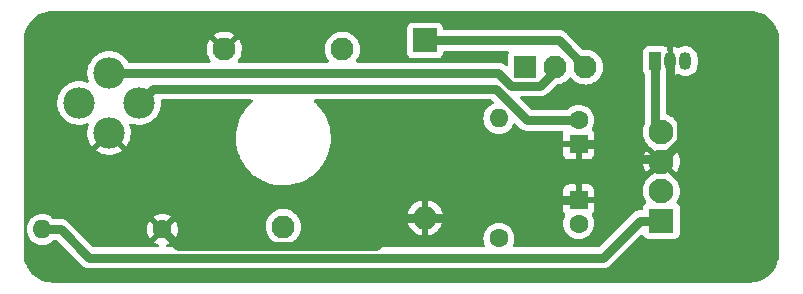
<source format=gbr>
%TF.GenerationSoftware,KiCad,Pcbnew,(6.0.7)*%
%TF.CreationDate,2022-09-16T11:39:32+01:00*%
%TF.ProjectId,gas sniffer,67617320-736e-4696-9666-65722e6b6963,rev?*%
%TF.SameCoordinates,Original*%
%TF.FileFunction,Copper,L1,Top*%
%TF.FilePolarity,Positive*%
%FSLAX46Y46*%
G04 Gerber Fmt 4.6, Leading zero omitted, Abs format (unit mm)*
G04 Created by KiCad (PCBNEW (6.0.7)) date 2022-09-16 11:39:32*
%MOMM*%
%LPD*%
G01*
G04 APERTURE LIST*
%TA.AperFunction,ComponentPad*%
%ADD10C,1.950000*%
%TD*%
%TA.AperFunction,ComponentPad*%
%ADD11R,1.050000X1.500000*%
%TD*%
%TA.AperFunction,ComponentPad*%
%ADD12O,1.050000X1.500000*%
%TD*%
%TA.AperFunction,ComponentPad*%
%ADD13C,2.667000*%
%TD*%
%TA.AperFunction,ComponentPad*%
%ADD14O,1.600000X1.600000*%
%TD*%
%TA.AperFunction,ComponentPad*%
%ADD15C,1.600000*%
%TD*%
%TA.AperFunction,ComponentPad*%
%ADD16C,2.100000*%
%TD*%
%TA.AperFunction,ComponentPad*%
%ADD17R,2.100000X2.100000*%
%TD*%
%TA.AperFunction,ComponentPad*%
%ADD18C,1.935000*%
%TD*%
%TA.AperFunction,ComponentPad*%
%ADD19R,1.935000X1.935000*%
%TD*%
%TA.AperFunction,ComponentPad*%
%ADD20R,1.600000X1.600000*%
%TD*%
%TA.AperFunction,ComponentPad*%
%ADD21O,2.000000X2.000000*%
%TD*%
%TA.AperFunction,ComponentPad*%
%ADD22R,2.000000X2.000000*%
%TD*%
%TA.AperFunction,Conductor*%
%ADD23C,0.750000*%
%TD*%
G04 APERTURE END LIST*
D10*
X34500000Y-30750000D03*
X29500000Y-15750000D03*
X39500000Y-15750000D03*
D11*
X66000000Y-16750000D03*
D12*
X68540000Y-16750000D03*
X67270000Y-16750000D03*
D13*
X17210000Y-20290000D03*
X19750000Y-22830000D03*
X22290000Y-20290000D03*
X19750000Y-17750000D03*
D14*
X52750000Y-21590000D03*
D15*
X52750000Y-31750000D03*
D14*
X14090000Y-31000000D03*
D15*
X24250000Y-31000000D03*
D16*
X66500000Y-22750000D03*
X66500000Y-25250000D03*
X66500000Y-27750000D03*
D17*
X66500000Y-30250000D03*
D18*
X60080000Y-17250000D03*
X57540000Y-17250000D03*
D19*
X55000000Y-17250000D03*
D15*
X59500000Y-21750000D03*
D20*
X59500000Y-23750000D03*
D15*
X59500000Y-30500000D03*
D20*
X59500000Y-28500000D03*
D21*
X46500000Y-30000000D03*
D22*
X46500000Y-15000000D03*
D23*
X59500000Y-23750000D02*
X61050000Y-23750000D01*
X66500000Y-25040500D02*
X66648800Y-25040500D01*
X66648800Y-25040500D02*
X68182300Y-23507000D01*
X68182300Y-23507000D02*
X68182300Y-20315200D01*
X68182300Y-20315200D02*
X67270000Y-19402900D01*
X67270000Y-19402900D02*
X67270000Y-16750000D01*
X61050000Y-23750000D02*
X62340500Y-25040500D01*
X62340500Y-25040500D02*
X66500000Y-25040500D01*
X66500000Y-25040500D02*
X66500000Y-25250000D01*
X46500000Y-30000000D02*
X44750000Y-30000000D01*
X24250000Y-31000000D02*
X25619200Y-32369200D01*
X25619200Y-32369200D02*
X42380800Y-32369200D01*
X42380800Y-32369200D02*
X44750000Y-30000000D01*
X46500000Y-30000000D02*
X48250000Y-30000000D01*
X48250000Y-30000000D02*
X49750000Y-28500000D01*
X49750000Y-28500000D02*
X59500000Y-28500000D01*
X46500000Y-15000000D02*
X57830000Y-15000000D01*
X57830000Y-15000000D02*
X60080000Y-17250000D01*
X66500000Y-22750000D02*
X66000000Y-22250000D01*
X66000000Y-22250000D02*
X66000000Y-16750000D01*
X57540000Y-17250000D02*
X57540000Y-17548800D01*
X57540000Y-17548800D02*
X56245900Y-18842900D01*
X56245900Y-18842900D02*
X53772300Y-18842900D01*
X53772300Y-18842900D02*
X52679400Y-17750000D01*
X52679400Y-17750000D02*
X19750000Y-17750000D01*
X22290000Y-20290000D02*
X23473400Y-19106600D01*
X23473400Y-19106600D02*
X52492600Y-19106600D01*
X52492600Y-19106600D02*
X55136000Y-21750000D01*
X55136000Y-21750000D02*
X59500000Y-21750000D01*
X15640000Y-31000000D02*
X18026700Y-33386700D01*
X18026700Y-33386700D02*
X61563300Y-33386700D01*
X61563300Y-33386700D02*
X64700000Y-30250000D01*
X14090000Y-31000000D02*
X15640000Y-31000000D01*
X66500000Y-30250000D02*
X64700000Y-30250000D01*
%TA.AperFunction,Conductor*%
G36*
X73973721Y-12506324D02*
G01*
X73987264Y-12508432D01*
X73997407Y-12510011D01*
X74014605Y-12507762D01*
X74038546Y-12506929D01*
X74296395Y-12522524D01*
X74311497Y-12524358D01*
X74331592Y-12528040D01*
X74592440Y-12575841D01*
X74607213Y-12579482D01*
X74790935Y-12636731D01*
X74879905Y-12664455D01*
X74894128Y-12669849D01*
X75154595Y-12787074D01*
X75168069Y-12794146D01*
X75412497Y-12941908D01*
X75425019Y-12950551D01*
X75649862Y-13126704D01*
X75661250Y-13136794D01*
X75863206Y-13338750D01*
X75873296Y-13350138D01*
X76049449Y-13574981D01*
X76058092Y-13587503D01*
X76205854Y-13831931D01*
X76212926Y-13845405D01*
X76330151Y-14105872D01*
X76335545Y-14120095D01*
X76345671Y-14152591D01*
X76420518Y-14392787D01*
X76424159Y-14407560D01*
X76475642Y-14688500D01*
X76477476Y-14703605D01*
X76490008Y-14910796D01*
X76492634Y-14954221D01*
X76491372Y-14981026D01*
X76491370Y-14981170D01*
X76489989Y-14990041D01*
X76491153Y-14998944D01*
X76491153Y-14998949D01*
X76494116Y-15021611D01*
X76495180Y-15037947D01*
X76495180Y-32954316D01*
X76493680Y-32973701D01*
X76491370Y-32988534D01*
X76491370Y-32988538D01*
X76489989Y-32997407D01*
X76491446Y-33008545D01*
X76492238Y-33014604D01*
X76493071Y-33038546D01*
X76477476Y-33296395D01*
X76475642Y-33311500D01*
X76424159Y-33592440D01*
X76420518Y-33607213D01*
X76335546Y-33879902D01*
X76330151Y-33894128D01*
X76212926Y-34154595D01*
X76205854Y-34168069D01*
X76058092Y-34412497D01*
X76049449Y-34425019D01*
X75873296Y-34649862D01*
X75863206Y-34661250D01*
X75661250Y-34863206D01*
X75649862Y-34873296D01*
X75425019Y-35049449D01*
X75412497Y-35058092D01*
X75168069Y-35205854D01*
X75154595Y-35212926D01*
X74894128Y-35330151D01*
X74879905Y-35335545D01*
X74790935Y-35363269D01*
X74607213Y-35420518D01*
X74592440Y-35424159D01*
X74451970Y-35449900D01*
X74311497Y-35475642D01*
X74296395Y-35477476D01*
X74045775Y-35492634D01*
X74018974Y-35491372D01*
X74018830Y-35491370D01*
X74009959Y-35489989D01*
X74001056Y-35491153D01*
X74001051Y-35491153D01*
X73978389Y-35494116D01*
X73962053Y-35495180D01*
X15045687Y-35495180D01*
X15026302Y-35493680D01*
X15011469Y-35491370D01*
X15011465Y-35491370D01*
X15002596Y-35489989D01*
X14985397Y-35492238D01*
X14961457Y-35493071D01*
X14703610Y-35477474D01*
X14688506Y-35475640D01*
X14616534Y-35462451D01*
X14407560Y-35424155D01*
X14392793Y-35420516D01*
X14120089Y-35335538D01*
X14105875Y-35330146D01*
X13845412Y-35212922D01*
X13831941Y-35205852D01*
X13587507Y-35058085D01*
X13574986Y-35049442D01*
X13350149Y-34873295D01*
X13338760Y-34863205D01*
X13136795Y-34661240D01*
X13126705Y-34649851D01*
X12950558Y-34425014D01*
X12941915Y-34412493D01*
X12794148Y-34168059D01*
X12787077Y-34154586D01*
X12778147Y-34134745D01*
X12669854Y-33894125D01*
X12664461Y-33879907D01*
X12664460Y-33879902D01*
X12579484Y-33607206D01*
X12575845Y-33592440D01*
X12524360Y-33311494D01*
X12522526Y-33296390D01*
X12507589Y-33049448D01*
X12508840Y-33025896D01*
X12508654Y-33025879D01*
X12509089Y-33021030D01*
X12509896Y-33016232D01*
X12510049Y-33003680D01*
X12506102Y-32976115D01*
X12504830Y-32958229D01*
X12505230Y-31000000D01*
X12776502Y-31000000D01*
X12796457Y-31228087D01*
X12797881Y-31233400D01*
X12797881Y-31233402D01*
X12849374Y-31425573D01*
X12855716Y-31449243D01*
X12858039Y-31454224D01*
X12858039Y-31454225D01*
X12950151Y-31651762D01*
X12950154Y-31651767D01*
X12952477Y-31656749D01*
X12955634Y-31661257D01*
X13064585Y-31816855D01*
X13083802Y-31844300D01*
X13245700Y-32006198D01*
X13250208Y-32009355D01*
X13250211Y-32009357D01*
X13328389Y-32064098D01*
X13433251Y-32137523D01*
X13438233Y-32139846D01*
X13438238Y-32139849D01*
X13634765Y-32231490D01*
X13640757Y-32234284D01*
X13646065Y-32235706D01*
X13646067Y-32235707D01*
X13856598Y-32292119D01*
X13856600Y-32292119D01*
X13861913Y-32293543D01*
X14090000Y-32313498D01*
X14318087Y-32293543D01*
X14323400Y-32292119D01*
X14323402Y-32292119D01*
X14533933Y-32235707D01*
X14533935Y-32235706D01*
X14539243Y-32234284D01*
X14545235Y-32231490D01*
X14741762Y-32139849D01*
X14741767Y-32139846D01*
X14746749Y-32137523D01*
X14851611Y-32064098D01*
X14929789Y-32009357D01*
X14929792Y-32009355D01*
X14934300Y-32006198D01*
X15020093Y-31920405D01*
X15082405Y-31886379D01*
X15109188Y-31883500D01*
X15221852Y-31883500D01*
X15289973Y-31903502D01*
X15310947Y-31920405D01*
X17345785Y-33955242D01*
X17358626Y-33970277D01*
X17362627Y-33975784D01*
X17362632Y-33975790D01*
X17366515Y-33981134D01*
X17371425Y-33985555D01*
X17371426Y-33985556D01*
X17415894Y-34025595D01*
X17420670Y-34030127D01*
X17434715Y-34044172D01*
X17442069Y-34050127D01*
X17450147Y-34056669D01*
X17455162Y-34060953D01*
X17499620Y-34100983D01*
X17499625Y-34100987D01*
X17504531Y-34105404D01*
X17510247Y-34108704D01*
X17510248Y-34108705D01*
X17516149Y-34112112D01*
X17532437Y-34123307D01*
X17542861Y-34131748D01*
X17602067Y-34161914D01*
X17607839Y-34165049D01*
X17659644Y-34194960D01*
X17659654Y-34194965D01*
X17665369Y-34198264D01*
X17671651Y-34200305D01*
X17671655Y-34200307D01*
X17678131Y-34202412D01*
X17696386Y-34209973D01*
X17702456Y-34213066D01*
X17702463Y-34213069D01*
X17708338Y-34216062D01*
X17772545Y-34233267D01*
X17778792Y-34235118D01*
X17841998Y-34255654D01*
X17848565Y-34256344D01*
X17848569Y-34256345D01*
X17855339Y-34257057D01*
X17874774Y-34260659D01*
X17881343Y-34262419D01*
X17881345Y-34262419D01*
X17887729Y-34264130D01*
X17894328Y-34264476D01*
X17894329Y-34264476D01*
X17912433Y-34265425D01*
X17954072Y-34267607D01*
X17960631Y-34268123D01*
X17980394Y-34270200D01*
X18000255Y-34270200D01*
X18006850Y-34270373D01*
X18066602Y-34273505D01*
X18066606Y-34273505D01*
X18073193Y-34273850D01*
X18086447Y-34271751D01*
X18106156Y-34270200D01*
X61483843Y-34270200D01*
X61503555Y-34271751D01*
X61516807Y-34273850D01*
X61523394Y-34273505D01*
X61523398Y-34273505D01*
X61583150Y-34270373D01*
X61589745Y-34270200D01*
X61609606Y-34270200D01*
X61629369Y-34268123D01*
X61635928Y-34267607D01*
X61651727Y-34266779D01*
X61695677Y-34264476D01*
X61695681Y-34264475D01*
X61702271Y-34264130D01*
X61715229Y-34260658D01*
X61734672Y-34257055D01*
X61735095Y-34257011D01*
X61748002Y-34255654D01*
X61811194Y-34235122D01*
X61817496Y-34233256D01*
X61875285Y-34217771D01*
X61881663Y-34216062D01*
X61887542Y-34213066D01*
X61887551Y-34213063D01*
X61893617Y-34209972D01*
X61911879Y-34202408D01*
X61918343Y-34200308D01*
X61918351Y-34200305D01*
X61924631Y-34198264D01*
X61930350Y-34194962D01*
X61930355Y-34194960D01*
X61982167Y-34165046D01*
X61987937Y-34161913D01*
X62047139Y-34131747D01*
X62057562Y-34123307D01*
X62073852Y-34112111D01*
X62074203Y-34111909D01*
X62085469Y-34105404D01*
X62090375Y-34100987D01*
X62090380Y-34100983D01*
X62134838Y-34060953D01*
X62139854Y-34056669D01*
X62152709Y-34046259D01*
X62152712Y-34046256D01*
X62155286Y-34044172D01*
X62169331Y-34030127D01*
X62174116Y-34025586D01*
X62218574Y-33985556D01*
X62218575Y-33985555D01*
X62223485Y-33981134D01*
X62231375Y-33970274D01*
X62244212Y-33955246D01*
X64766489Y-31432968D01*
X64828801Y-31398943D01*
X64899616Y-31404007D01*
X64956452Y-31446554D01*
X64973566Y-31477833D01*
X64999385Y-31546705D01*
X65086739Y-31663261D01*
X65203295Y-31750615D01*
X65339684Y-31801745D01*
X65401866Y-31808500D01*
X67598134Y-31808500D01*
X67660316Y-31801745D01*
X67796705Y-31750615D01*
X67913261Y-31663261D01*
X68000615Y-31546705D01*
X68051745Y-31410316D01*
X68058500Y-31348134D01*
X68058500Y-29151866D01*
X68051745Y-29089684D01*
X68000615Y-28953295D01*
X67913261Y-28836739D01*
X67906080Y-28831357D01*
X67832833Y-28776461D01*
X67790318Y-28719601D01*
X67785293Y-28648783D01*
X67800963Y-28609804D01*
X67892927Y-28459732D01*
X67981458Y-28246000D01*
X67984911Y-28237665D01*
X67984912Y-28237663D01*
X67986805Y-28233092D01*
X68044072Y-27994557D01*
X68063319Y-27750000D01*
X68044072Y-27505443D01*
X68033630Y-27461946D01*
X67987960Y-27271720D01*
X67986805Y-27266908D01*
X67983312Y-27258474D01*
X67952271Y-27183537D01*
X67892927Y-27040268D01*
X67764752Y-26831104D01*
X67719807Y-26778480D01*
X67608641Y-26648323D01*
X67605433Y-26644567D01*
X67601677Y-26641359D01*
X67422663Y-26488465D01*
X67422660Y-26488463D01*
X67418896Y-26485248D01*
X67320920Y-26425209D01*
X67297663Y-26406873D01*
X66512812Y-25622022D01*
X66498868Y-25614408D01*
X66497035Y-25614539D01*
X66490420Y-25618790D01*
X65702337Y-26406873D01*
X65679080Y-26425209D01*
X65581104Y-26485248D01*
X65577340Y-26488463D01*
X65577337Y-26488465D01*
X65398323Y-26641359D01*
X65394567Y-26644567D01*
X65391359Y-26648323D01*
X65280194Y-26778480D01*
X65235248Y-26831104D01*
X65107073Y-27040268D01*
X65047729Y-27183537D01*
X65016689Y-27258474D01*
X65013195Y-27266908D01*
X65012040Y-27271720D01*
X64966371Y-27461946D01*
X64955928Y-27505443D01*
X64936681Y-27750000D01*
X64955928Y-27994557D01*
X65013195Y-28233092D01*
X65015088Y-28237663D01*
X65015089Y-28237665D01*
X65018542Y-28246000D01*
X65107073Y-28459732D01*
X65199036Y-28609802D01*
X65217573Y-28678334D01*
X65196116Y-28746011D01*
X65167167Y-28776461D01*
X65093920Y-28831357D01*
X65086739Y-28836739D01*
X64999385Y-28953295D01*
X64948255Y-29089684D01*
X64941500Y-29151866D01*
X64941500Y-29240500D01*
X64921498Y-29308621D01*
X64867842Y-29355114D01*
X64815500Y-29366500D01*
X64779457Y-29366500D01*
X64759745Y-29364949D01*
X64753008Y-29363882D01*
X64753009Y-29363882D01*
X64746493Y-29362850D01*
X64739906Y-29363195D01*
X64739902Y-29363195D01*
X64680150Y-29366327D01*
X64673555Y-29366500D01*
X64653694Y-29366500D01*
X64633931Y-29368577D01*
X64627372Y-29369093D01*
X64611573Y-29369921D01*
X64567623Y-29372224D01*
X64567619Y-29372225D01*
X64561029Y-29372570D01*
X64548071Y-29376042D01*
X64528628Y-29379645D01*
X64515298Y-29381046D01*
X64452106Y-29401578D01*
X64445804Y-29403444D01*
X64392960Y-29417604D01*
X64381637Y-29420638D01*
X64375758Y-29423634D01*
X64375749Y-29423637D01*
X64369683Y-29426728D01*
X64351421Y-29434292D01*
X64344958Y-29436392D01*
X64344953Y-29436394D01*
X64338669Y-29438436D01*
X64281119Y-29471663D01*
X64275366Y-29474786D01*
X64216161Y-29504952D01*
X64211027Y-29509109D01*
X64211026Y-29509110D01*
X64205737Y-29513393D01*
X64189449Y-29524588D01*
X64177831Y-29531296D01*
X64172925Y-29535713D01*
X64172920Y-29535717D01*
X64128462Y-29575747D01*
X64123447Y-29580031D01*
X64115369Y-29586573D01*
X64108015Y-29592528D01*
X64093979Y-29606564D01*
X64089194Y-29611105D01*
X64039815Y-29655566D01*
X64035935Y-29660906D01*
X64035928Y-29660914D01*
X64031927Y-29666422D01*
X64019086Y-29681457D01*
X61234247Y-32466295D01*
X61171935Y-32500321D01*
X61145152Y-32503200D01*
X54040328Y-32503200D01*
X53972207Y-32483198D01*
X53925714Y-32429542D01*
X53915610Y-32359268D01*
X53926133Y-32323951D01*
X53981959Y-32204230D01*
X53981961Y-32204225D01*
X53984284Y-32199243D01*
X54001785Y-32133931D01*
X54042119Y-31983402D01*
X54042119Y-31983400D01*
X54043543Y-31978087D01*
X54063498Y-31750000D01*
X54043543Y-31521913D01*
X54038288Y-31502301D01*
X53985707Y-31306067D01*
X53985706Y-31306065D01*
X53984284Y-31300757D01*
X53949591Y-31226357D01*
X53889849Y-31098238D01*
X53889846Y-31098233D01*
X53887523Y-31093251D01*
X53795776Y-30962223D01*
X53759357Y-30910211D01*
X53759355Y-30910208D01*
X53756198Y-30905700D01*
X53594300Y-30743802D01*
X53589792Y-30740645D01*
X53589789Y-30740643D01*
X53506271Y-30682163D01*
X53406749Y-30612477D01*
X53401767Y-30610154D01*
X53401762Y-30610151D01*
X53204225Y-30518039D01*
X53204224Y-30518039D01*
X53199243Y-30515716D01*
X53193935Y-30514294D01*
X53193933Y-30514293D01*
X53140591Y-30500000D01*
X58186502Y-30500000D01*
X58206457Y-30728087D01*
X58207881Y-30733400D01*
X58207881Y-30733402D01*
X58254049Y-30905700D01*
X58265716Y-30949243D01*
X58268039Y-30954224D01*
X58268039Y-30954225D01*
X58360151Y-31151762D01*
X58360154Y-31151767D01*
X58362477Y-31156749D01*
X58493802Y-31344300D01*
X58655700Y-31506198D01*
X58660208Y-31509355D01*
X58660211Y-31509357D01*
X58701542Y-31538297D01*
X58843251Y-31637523D01*
X58848233Y-31639846D01*
X58848238Y-31639849D01*
X59023178Y-31721424D01*
X59050757Y-31734284D01*
X59056065Y-31735706D01*
X59056067Y-31735707D01*
X59266598Y-31792119D01*
X59266600Y-31792119D01*
X59271913Y-31793543D01*
X59500000Y-31813498D01*
X59728087Y-31793543D01*
X59733400Y-31792119D01*
X59733402Y-31792119D01*
X59943933Y-31735707D01*
X59943935Y-31735706D01*
X59949243Y-31734284D01*
X59976822Y-31721424D01*
X60151762Y-31639849D01*
X60151767Y-31639846D01*
X60156749Y-31637523D01*
X60298458Y-31538297D01*
X60339789Y-31509357D01*
X60339792Y-31509355D01*
X60344300Y-31506198D01*
X60506198Y-31344300D01*
X60637523Y-31156749D01*
X60639846Y-31151767D01*
X60639849Y-31151762D01*
X60731961Y-30954225D01*
X60731961Y-30954224D01*
X60734284Y-30949243D01*
X60745952Y-30905700D01*
X60792119Y-30733402D01*
X60792119Y-30733400D01*
X60793543Y-30728087D01*
X60813498Y-30500000D01*
X60793543Y-30271913D01*
X60761571Y-30152591D01*
X60735707Y-30056067D01*
X60735706Y-30056065D01*
X60734284Y-30050757D01*
X60676312Y-29926434D01*
X60639849Y-29848238D01*
X60639846Y-29848233D01*
X60637523Y-29843251D01*
X60633792Y-29837922D01*
X60633410Y-29837376D01*
X60633175Y-29836680D01*
X60631617Y-29833981D01*
X60632160Y-29833668D01*
X60610726Y-29770100D01*
X60628015Y-29701241D01*
X60650656Y-29675919D01*
X60649373Y-29674636D01*
X60668285Y-29655724D01*
X60744786Y-29553649D01*
X60753324Y-29538054D01*
X60798478Y-29417606D01*
X60802105Y-29402351D01*
X60807631Y-29351486D01*
X60808000Y-29344672D01*
X60808000Y-28772115D01*
X60803525Y-28756876D01*
X60802135Y-28755671D01*
X60794452Y-28754000D01*
X58210116Y-28754000D01*
X58194877Y-28758475D01*
X58193672Y-28759865D01*
X58192001Y-28767548D01*
X58192001Y-29344669D01*
X58192371Y-29351490D01*
X58197895Y-29402352D01*
X58201521Y-29417604D01*
X58246676Y-29538054D01*
X58255214Y-29553649D01*
X58331715Y-29655724D01*
X58350627Y-29674636D01*
X58348369Y-29676894D01*
X58381457Y-29721154D01*
X58386476Y-29791973D01*
X58368139Y-29833840D01*
X58368383Y-29833981D01*
X58367115Y-29836177D01*
X58366590Y-29837376D01*
X58366208Y-29837922D01*
X58362477Y-29843251D01*
X58360154Y-29848233D01*
X58360151Y-29848238D01*
X58323688Y-29926434D01*
X58265716Y-30050757D01*
X58264294Y-30056065D01*
X58264293Y-30056067D01*
X58238429Y-30152591D01*
X58206457Y-30271913D01*
X58186502Y-30500000D01*
X53140591Y-30500000D01*
X52983402Y-30457881D01*
X52983400Y-30457881D01*
X52978087Y-30456457D01*
X52750000Y-30436502D01*
X52521913Y-30456457D01*
X52516600Y-30457881D01*
X52516598Y-30457881D01*
X52306067Y-30514293D01*
X52306065Y-30514294D01*
X52300757Y-30515716D01*
X52295776Y-30518039D01*
X52295775Y-30518039D01*
X52098238Y-30610151D01*
X52098233Y-30610154D01*
X52093251Y-30612477D01*
X51993729Y-30682163D01*
X51910211Y-30740643D01*
X51910208Y-30740645D01*
X51905700Y-30743802D01*
X51743802Y-30905700D01*
X51740645Y-30910208D01*
X51740643Y-30910211D01*
X51704224Y-30962223D01*
X51612477Y-31093251D01*
X51610154Y-31098233D01*
X51610151Y-31098238D01*
X51550409Y-31226357D01*
X51515716Y-31300757D01*
X51514294Y-31306065D01*
X51514293Y-31306067D01*
X51461712Y-31502301D01*
X51456457Y-31521913D01*
X51436502Y-31750000D01*
X51456457Y-31978087D01*
X51457881Y-31983400D01*
X51457881Y-31983402D01*
X51498216Y-32133931D01*
X51515716Y-32199243D01*
X51518039Y-32204225D01*
X51518041Y-32204230D01*
X51573867Y-32323951D01*
X51584528Y-32394142D01*
X51555548Y-32458955D01*
X51496128Y-32497811D01*
X51459672Y-32503200D01*
X24650771Y-32503200D01*
X24582650Y-32483198D01*
X24536157Y-32429542D01*
X24526053Y-32359268D01*
X24555547Y-32294688D01*
X24618160Y-32255493D01*
X24693761Y-32235236D01*
X24704053Y-32231490D01*
X24901511Y-32139414D01*
X24911006Y-32133931D01*
X24963048Y-32097491D01*
X24971424Y-32087012D01*
X24964356Y-32073566D01*
X24262812Y-31372022D01*
X24248868Y-31364408D01*
X24247035Y-31364539D01*
X24240420Y-31368790D01*
X23534923Y-32074287D01*
X23528493Y-32086062D01*
X23537789Y-32098077D01*
X23588994Y-32133931D01*
X23598489Y-32139414D01*
X23795947Y-32231490D01*
X23806239Y-32235236D01*
X23881840Y-32255493D01*
X23942463Y-32292445D01*
X23973484Y-32356305D01*
X23965056Y-32426800D01*
X23919853Y-32481547D01*
X23849229Y-32503200D01*
X18444847Y-32503200D01*
X18376726Y-32483198D01*
X18355752Y-32466295D01*
X17343683Y-31454225D01*
X16894933Y-31005475D01*
X22937483Y-31005475D01*
X22956472Y-31222519D01*
X22958375Y-31233312D01*
X23014764Y-31443761D01*
X23018510Y-31454053D01*
X23110586Y-31651511D01*
X23116069Y-31661006D01*
X23152509Y-31713048D01*
X23162988Y-31721424D01*
X23176434Y-31714356D01*
X23877978Y-31012812D01*
X23884356Y-31001132D01*
X24614408Y-31001132D01*
X24614539Y-31002965D01*
X24618790Y-31009580D01*
X25324287Y-31715077D01*
X25336062Y-31721507D01*
X25348077Y-31712211D01*
X25383931Y-31661006D01*
X25389414Y-31651511D01*
X25481490Y-31454053D01*
X25485236Y-31443761D01*
X25541625Y-31233312D01*
X25543528Y-31222519D01*
X25562517Y-31005475D01*
X25562517Y-30994525D01*
X25543528Y-30777481D01*
X25541625Y-30766688D01*
X25527409Y-30713631D01*
X33011860Y-30713631D01*
X33012157Y-30718783D01*
X33012157Y-30718787D01*
X33021736Y-30884899D01*
X33025903Y-30957171D01*
X33027040Y-30962217D01*
X33027041Y-30962223D01*
X33051223Y-31069527D01*
X33079533Y-31195147D01*
X33081475Y-31199929D01*
X33081476Y-31199933D01*
X33141680Y-31348197D01*
X33171311Y-31421169D01*
X33298772Y-31629166D01*
X33458492Y-31813553D01*
X33646183Y-31969377D01*
X33856804Y-32092453D01*
X33861629Y-32094295D01*
X33861630Y-32094296D01*
X33964763Y-32133679D01*
X34084698Y-32179478D01*
X34089764Y-32180509D01*
X34089765Y-32180509D01*
X34318667Y-32227080D01*
X34318671Y-32227080D01*
X34323746Y-32228113D01*
X34328922Y-32228303D01*
X34328924Y-32228303D01*
X34562363Y-32236863D01*
X34562367Y-32236863D01*
X34567527Y-32237052D01*
X34572647Y-32236396D01*
X34572649Y-32236396D01*
X34649377Y-32226567D01*
X34809494Y-32206055D01*
X34814443Y-32204570D01*
X34814449Y-32204569D01*
X35014337Y-32144599D01*
X35043150Y-32135955D01*
X35262219Y-32028634D01*
X35266424Y-32025634D01*
X35266430Y-32025631D01*
X35456614Y-31889974D01*
X35456616Y-31889972D01*
X35460818Y-31886975D01*
X35633614Y-31714781D01*
X35775966Y-31516677D01*
X35791305Y-31485642D01*
X35881756Y-31302626D01*
X35881757Y-31302624D01*
X35884050Y-31297984D01*
X35916827Y-31190105D01*
X35953462Y-31069527D01*
X35953463Y-31069521D01*
X35954966Y-31064575D01*
X35986807Y-30822717D01*
X35986889Y-30819365D01*
X35988502Y-30753365D01*
X35988502Y-30753361D01*
X35988584Y-30750000D01*
X35968596Y-30506876D01*
X35909167Y-30270280D01*
X35907928Y-30267431D01*
X45013353Y-30267431D01*
X45060218Y-30462634D01*
X45063264Y-30472008D01*
X45150313Y-30682163D01*
X45154795Y-30690958D01*
X45273643Y-30884899D01*
X45279443Y-30892883D01*
X45427178Y-31065858D01*
X45434142Y-31072822D01*
X45607117Y-31220557D01*
X45615101Y-31226357D01*
X45809042Y-31345205D01*
X45817837Y-31349687D01*
X46027992Y-31436736D01*
X46037366Y-31439782D01*
X46228385Y-31485642D01*
X46242469Y-31484937D01*
X46246000Y-31476056D01*
X46246000Y-31471756D01*
X46754000Y-31471756D01*
X46757973Y-31485287D01*
X46767431Y-31486647D01*
X46962634Y-31439782D01*
X46972008Y-31436736D01*
X47182163Y-31349687D01*
X47190958Y-31345205D01*
X47384899Y-31226357D01*
X47392883Y-31220557D01*
X47565858Y-31072822D01*
X47572822Y-31065858D01*
X47720557Y-30892883D01*
X47726357Y-30884899D01*
X47845205Y-30690958D01*
X47849687Y-30682163D01*
X47936736Y-30472008D01*
X47939782Y-30462634D01*
X47985642Y-30271615D01*
X47984937Y-30257531D01*
X47976056Y-30254000D01*
X46772115Y-30254000D01*
X46756876Y-30258475D01*
X46755671Y-30259865D01*
X46754000Y-30267548D01*
X46754000Y-31471756D01*
X46246000Y-31471756D01*
X46246000Y-30272115D01*
X46241525Y-30256876D01*
X46240135Y-30255671D01*
X46232452Y-30254000D01*
X45028244Y-30254000D01*
X45014713Y-30257973D01*
X45013353Y-30267431D01*
X35907928Y-30267431D01*
X35826255Y-30079595D01*
X35813954Y-30051305D01*
X35813952Y-30051302D01*
X35811894Y-30046568D01*
X35691577Y-29860586D01*
X35682200Y-29846091D01*
X35682198Y-29846088D01*
X35679390Y-29841748D01*
X35674779Y-29836680D01*
X35576238Y-29728385D01*
X45014358Y-29728385D01*
X45015063Y-29742469D01*
X45023944Y-29746000D01*
X46227885Y-29746000D01*
X46243124Y-29741525D01*
X46244329Y-29740135D01*
X46246000Y-29732452D01*
X46246000Y-29727885D01*
X46754000Y-29727885D01*
X46758475Y-29743124D01*
X46759865Y-29744329D01*
X46767548Y-29746000D01*
X47971756Y-29746000D01*
X47985287Y-29742027D01*
X47986647Y-29732569D01*
X47939782Y-29537366D01*
X47936736Y-29527992D01*
X47849687Y-29317837D01*
X47845205Y-29309042D01*
X47726357Y-29115101D01*
X47720557Y-29107117D01*
X47572822Y-28934142D01*
X47565858Y-28927178D01*
X47392883Y-28779443D01*
X47384899Y-28773643D01*
X47190958Y-28654795D01*
X47182163Y-28650313D01*
X46972008Y-28563264D01*
X46962634Y-28560218D01*
X46771615Y-28514358D01*
X46757531Y-28515063D01*
X46754000Y-28523944D01*
X46754000Y-29727885D01*
X46246000Y-29727885D01*
X46246000Y-28528244D01*
X46242027Y-28514713D01*
X46232569Y-28513353D01*
X46037366Y-28560218D01*
X46027992Y-28563264D01*
X45817837Y-28650313D01*
X45809042Y-28654795D01*
X45615101Y-28773643D01*
X45607117Y-28779443D01*
X45434142Y-28927178D01*
X45427178Y-28934142D01*
X45279443Y-29107117D01*
X45273643Y-29115101D01*
X45154795Y-29309042D01*
X45150313Y-29317837D01*
X45063264Y-29527992D01*
X45060218Y-29537366D01*
X45014358Y-29728385D01*
X35576238Y-29728385D01*
X35518690Y-29665141D01*
X35518688Y-29665140D01*
X35515212Y-29661319D01*
X35511161Y-29658120D01*
X35511157Y-29658116D01*
X35327825Y-29513329D01*
X35327821Y-29513327D01*
X35323770Y-29510127D01*
X35314396Y-29504952D01*
X35199883Y-29441738D01*
X35110205Y-29392233D01*
X35105336Y-29390509D01*
X35105332Y-29390507D01*
X34885127Y-29312528D01*
X34885123Y-29312527D01*
X34880252Y-29310802D01*
X34875159Y-29309895D01*
X34875156Y-29309894D01*
X34645177Y-29268928D01*
X34645171Y-29268927D01*
X34640088Y-29268022D01*
X34560380Y-29267048D01*
X34401332Y-29265105D01*
X34401330Y-29265105D01*
X34396162Y-29265042D01*
X34155024Y-29301941D01*
X33923150Y-29377729D01*
X33706769Y-29490370D01*
X33702636Y-29493473D01*
X33702633Y-29493475D01*
X33515825Y-29633735D01*
X33511690Y-29636840D01*
X33508118Y-29640578D01*
X33386314Y-29768039D01*
X33343153Y-29813204D01*
X33340239Y-29817476D01*
X33340238Y-29817477D01*
X33322656Y-29843251D01*
X33205684Y-30014726D01*
X33188959Y-30050757D01*
X33108170Y-30224802D01*
X33102974Y-30235995D01*
X33037783Y-30471067D01*
X33011860Y-30713631D01*
X25527409Y-30713631D01*
X25485236Y-30556239D01*
X25481490Y-30545947D01*
X25389414Y-30348489D01*
X25383931Y-30338994D01*
X25347491Y-30286952D01*
X25337012Y-30278576D01*
X25323566Y-30285644D01*
X24622022Y-30987188D01*
X24614408Y-31001132D01*
X23884356Y-31001132D01*
X23885592Y-30998868D01*
X23885461Y-30997035D01*
X23881210Y-30990420D01*
X23175713Y-30284923D01*
X23163938Y-30278493D01*
X23151923Y-30287789D01*
X23116069Y-30338994D01*
X23110586Y-30348489D01*
X23018510Y-30545947D01*
X23014764Y-30556239D01*
X22958375Y-30766688D01*
X22956472Y-30777481D01*
X22937483Y-30994525D01*
X22937483Y-31005475D01*
X16894933Y-31005475D01*
X16320912Y-30431454D01*
X16308075Y-30416426D01*
X16300185Y-30405566D01*
X16250816Y-30361114D01*
X16246031Y-30356573D01*
X16231986Y-30342528D01*
X16227312Y-30338743D01*
X16216554Y-30330031D01*
X16211538Y-30325747D01*
X16167080Y-30285717D01*
X16167075Y-30285713D01*
X16162169Y-30281296D01*
X16150552Y-30274589D01*
X16134259Y-30263391D01*
X16128971Y-30259109D01*
X16123839Y-30254953D01*
X16064637Y-30224787D01*
X16058867Y-30221654D01*
X16007055Y-30191740D01*
X16007050Y-30191738D01*
X16001331Y-30188436D01*
X15995051Y-30186395D01*
X15995043Y-30186392D01*
X15988579Y-30184292D01*
X15970317Y-30176728D01*
X15964251Y-30173637D01*
X15964242Y-30173634D01*
X15958363Y-30170638D01*
X15902615Y-30155700D01*
X15894196Y-30153444D01*
X15887894Y-30151578D01*
X15824702Y-30131046D01*
X15811372Y-30129645D01*
X15791929Y-30126042D01*
X15778971Y-30122570D01*
X15772381Y-30122225D01*
X15772377Y-30122224D01*
X15728427Y-30119921D01*
X15712628Y-30119093D01*
X15706069Y-30118577D01*
X15686306Y-30116500D01*
X15666445Y-30116500D01*
X15659850Y-30116327D01*
X15600098Y-30113195D01*
X15600094Y-30113195D01*
X15593507Y-30112850D01*
X15580253Y-30114949D01*
X15560544Y-30116500D01*
X15109188Y-30116500D01*
X15041067Y-30096498D01*
X15020093Y-30079595D01*
X14934300Y-29993802D01*
X14929792Y-29990645D01*
X14929789Y-29990643D01*
X14818886Y-29912988D01*
X23528576Y-29912988D01*
X23535644Y-29926434D01*
X24237188Y-30627978D01*
X24251132Y-30635592D01*
X24252965Y-30635461D01*
X24259580Y-30631210D01*
X24965077Y-29925713D01*
X24971507Y-29913938D01*
X24962211Y-29901923D01*
X24911006Y-29866069D01*
X24901511Y-29860586D01*
X24704053Y-29768510D01*
X24693761Y-29764764D01*
X24483312Y-29708375D01*
X24472519Y-29706472D01*
X24255475Y-29687483D01*
X24244525Y-29687483D01*
X24027481Y-29706472D01*
X24016688Y-29708375D01*
X23806239Y-29764764D01*
X23795947Y-29768510D01*
X23598489Y-29860586D01*
X23588994Y-29866069D01*
X23536952Y-29902509D01*
X23528576Y-29912988D01*
X14818886Y-29912988D01*
X14803920Y-29902509D01*
X14746749Y-29862477D01*
X14741767Y-29860154D01*
X14741762Y-29860151D01*
X14544225Y-29768039D01*
X14544224Y-29768039D01*
X14539243Y-29765716D01*
X14533935Y-29764294D01*
X14533933Y-29764293D01*
X14323402Y-29707881D01*
X14323400Y-29707881D01*
X14318087Y-29706457D01*
X14090000Y-29686502D01*
X13861913Y-29706457D01*
X13856600Y-29707881D01*
X13856598Y-29707881D01*
X13646067Y-29764293D01*
X13646065Y-29764294D01*
X13640757Y-29765716D01*
X13635776Y-29768039D01*
X13635775Y-29768039D01*
X13438238Y-29860151D01*
X13438233Y-29860154D01*
X13433251Y-29862477D01*
X13376080Y-29902509D01*
X13250211Y-29990643D01*
X13250208Y-29990645D01*
X13245700Y-29993802D01*
X13083802Y-30155700D01*
X13080645Y-30160208D01*
X13080643Y-30160211D01*
X13062311Y-30186392D01*
X12952477Y-30343251D01*
X12950154Y-30348233D01*
X12950151Y-30348238D01*
X12858039Y-30545775D01*
X12855716Y-30550757D01*
X12854294Y-30556065D01*
X12854293Y-30556067D01*
X12801427Y-30753365D01*
X12796457Y-30771913D01*
X12776502Y-31000000D01*
X12505230Y-31000000D01*
X12505796Y-28227885D01*
X58192000Y-28227885D01*
X58196475Y-28243124D01*
X58197865Y-28244329D01*
X58205548Y-28246000D01*
X59227885Y-28246000D01*
X59243124Y-28241525D01*
X59244329Y-28240135D01*
X59246000Y-28232452D01*
X59246000Y-28227885D01*
X59754000Y-28227885D01*
X59758475Y-28243124D01*
X59759865Y-28244329D01*
X59767548Y-28246000D01*
X60789884Y-28246000D01*
X60805123Y-28241525D01*
X60806328Y-28240135D01*
X60807999Y-28232452D01*
X60807999Y-27655331D01*
X60807629Y-27648510D01*
X60802105Y-27597648D01*
X60798479Y-27582396D01*
X60753324Y-27461946D01*
X60744786Y-27446351D01*
X60668285Y-27344276D01*
X60655724Y-27331715D01*
X60553649Y-27255214D01*
X60538054Y-27246676D01*
X60417606Y-27201522D01*
X60402351Y-27197895D01*
X60351486Y-27192369D01*
X60344672Y-27192000D01*
X59772115Y-27192000D01*
X59756876Y-27196475D01*
X59755671Y-27197865D01*
X59754000Y-27205548D01*
X59754000Y-28227885D01*
X59246000Y-28227885D01*
X59246000Y-27210116D01*
X59241525Y-27194877D01*
X59240135Y-27193672D01*
X59232452Y-27192001D01*
X58655331Y-27192001D01*
X58648510Y-27192371D01*
X58597648Y-27197895D01*
X58582396Y-27201521D01*
X58461946Y-27246676D01*
X58446351Y-27255214D01*
X58344276Y-27331715D01*
X58331715Y-27344276D01*
X58255214Y-27446351D01*
X58246676Y-27461946D01*
X58201522Y-27582394D01*
X58197895Y-27597649D01*
X58192369Y-27648514D01*
X58192000Y-27655328D01*
X58192000Y-28227885D01*
X12505796Y-28227885D01*
X12506599Y-24300535D01*
X18644633Y-24300535D01*
X18652022Y-24310836D01*
X18684966Y-24337657D01*
X18692245Y-24342772D01*
X18908022Y-24472681D01*
X18915946Y-24476718D01*
X19147879Y-24574930D01*
X19156284Y-24577808D01*
X19399756Y-24642363D01*
X19408474Y-24644026D01*
X19658614Y-24673631D01*
X19667482Y-24674049D01*
X19919284Y-24668115D01*
X19928144Y-24667278D01*
X20176586Y-24625926D01*
X20185243Y-24623847D01*
X20425387Y-24547900D01*
X20433649Y-24544629D01*
X20660699Y-24435601D01*
X20668423Y-24431195D01*
X20847319Y-24311659D01*
X20855608Y-24301741D01*
X20848352Y-24287563D01*
X19762810Y-23202020D01*
X19748869Y-23194408D01*
X19747034Y-23194539D01*
X19740420Y-23198790D01*
X18651799Y-24287412D01*
X18644633Y-24300535D01*
X12506599Y-24300535D01*
X12507431Y-20231994D01*
X15364206Y-20231994D01*
X15366485Y-20290000D01*
X15372546Y-20444252D01*
X15374447Y-20492647D01*
X15421313Y-20749257D01*
X15422718Y-20753469D01*
X15422719Y-20753472D01*
X15460428Y-20866500D01*
X15503867Y-20996703D01*
X15505859Y-21000690D01*
X15505860Y-21000692D01*
X15587501Y-21164081D01*
X15620463Y-21230049D01*
X15768775Y-21444639D01*
X15806314Y-21485248D01*
X15926042Y-21614769D01*
X15945843Y-21636190D01*
X15949297Y-21639002D01*
X16144678Y-21798067D01*
X16144682Y-21798070D01*
X16148135Y-21800881D01*
X16151957Y-21803182D01*
X16306187Y-21896036D01*
X16371613Y-21935426D01*
X16459419Y-21972607D01*
X16607717Y-22035404D01*
X16607722Y-22035406D01*
X16611820Y-22037141D01*
X16616117Y-22038280D01*
X16616122Y-22038282D01*
X16737891Y-22070568D01*
X16863962Y-22103995D01*
X17123008Y-22134655D01*
X17383790Y-22128509D01*
X17388188Y-22127777D01*
X17636715Y-22086411D01*
X17636719Y-22086410D01*
X17641105Y-22085680D01*
X17645346Y-22084339D01*
X17645349Y-22084338D01*
X17871469Y-22012826D01*
X17942451Y-22011356D01*
X18002959Y-22048495D01*
X18033783Y-22112451D01*
X18026247Y-22180263D01*
X17995827Y-22255366D01*
X17993083Y-22263810D01*
X17932360Y-22508263D01*
X17930833Y-22517014D01*
X17905161Y-22767577D01*
X17904882Y-22776461D01*
X17914770Y-23028143D01*
X17915745Y-23036972D01*
X17960998Y-23284751D01*
X17963207Y-23293355D01*
X18042921Y-23532287D01*
X18046320Y-23540494D01*
X18158910Y-23765821D01*
X18163421Y-23773449D01*
X18269154Y-23926433D01*
X18279474Y-23934785D01*
X18293128Y-23927661D01*
X19660905Y-22559885D01*
X19723217Y-22525859D01*
X19794033Y-22530924D01*
X19839095Y-22559885D01*
X21208316Y-23929105D01*
X21221716Y-23936423D01*
X21231619Y-23929436D01*
X21240748Y-23918576D01*
X21245966Y-23911393D01*
X21379258Y-23697668D01*
X21383410Y-23689828D01*
X21485258Y-23459450D01*
X21488268Y-23451089D01*
X21556634Y-23208680D01*
X21558438Y-23199972D01*
X21592134Y-22949106D01*
X21592662Y-22942713D01*
X21596103Y-22833222D01*
X21595976Y-22826779D01*
X21578101Y-22574317D01*
X21576848Y-22565513D01*
X21523835Y-22319278D01*
X21521356Y-22310745D01*
X21470949Y-22174112D01*
X21466137Y-22103278D01*
X21500384Y-22041088D01*
X21562818Y-22007286D01*
X21638290Y-22014474D01*
X21691820Y-22037141D01*
X21696117Y-22038280D01*
X21696122Y-22038282D01*
X21817891Y-22070568D01*
X21943962Y-22103995D01*
X22203008Y-22134655D01*
X22463790Y-22128509D01*
X22468188Y-22127777D01*
X22716715Y-22086411D01*
X22716719Y-22086410D01*
X22721105Y-22085680D01*
X22725346Y-22084339D01*
X22725349Y-22084338D01*
X22965571Y-22008366D01*
X22965573Y-22008365D01*
X22969817Y-22007023D01*
X22973828Y-22005097D01*
X22973833Y-22005095D01*
X23200947Y-21896036D01*
X23200948Y-21896035D01*
X23204966Y-21894106D01*
X23292931Y-21835330D01*
X23418151Y-21751661D01*
X23418155Y-21751658D01*
X23421859Y-21749183D01*
X23616167Y-21575146D01*
X23784016Y-21375466D01*
X23792469Y-21361913D01*
X23852853Y-21265089D01*
X23922054Y-21154128D01*
X23950961Y-21088743D01*
X23984037Y-21013926D01*
X24027529Y-20915549D01*
X24029035Y-20910211D01*
X24074159Y-20750211D01*
X24098336Y-20664488D01*
X24108650Y-20587699D01*
X24132634Y-20409138D01*
X24132635Y-20409130D01*
X24133061Y-20405956D01*
X24134640Y-20355716D01*
X24136604Y-20293222D01*
X24136604Y-20293217D01*
X24136705Y-20290000D01*
X24136477Y-20286778D01*
X24125023Y-20124998D01*
X24140164Y-20055635D01*
X24190402Y-20005469D01*
X24250708Y-19990100D01*
X31799308Y-19990100D01*
X31867429Y-20010102D01*
X31913922Y-20063758D01*
X31924026Y-20134032D01*
X31894532Y-20198612D01*
X31884838Y-20208623D01*
X31632472Y-20441909D01*
X31630400Y-20444247D01*
X31630395Y-20444252D01*
X31583624Y-20497024D01*
X31367751Y-20740595D01*
X31134005Y-21064097D01*
X30933545Y-21409215D01*
X30932255Y-21412052D01*
X30932253Y-21412056D01*
X30781088Y-21744525D01*
X30768352Y-21772536D01*
X30767344Y-21775505D01*
X30767341Y-21775513D01*
X30647516Y-22128509D01*
X30640062Y-22150468D01*
X30639358Y-22153506D01*
X30639355Y-22153516D01*
X30552359Y-22528846D01*
X30549942Y-22539272D01*
X30520859Y-22764737D01*
X30502724Y-22905331D01*
X30498883Y-22935105D01*
X30487391Y-23334052D01*
X30487612Y-23337171D01*
X30487612Y-23337178D01*
X30503735Y-23564895D01*
X30515579Y-23732168D01*
X30583169Y-24125515D01*
X30689491Y-24510205D01*
X30690614Y-24513107D01*
X30690617Y-24513117D01*
X30803016Y-24803649D01*
X30833495Y-24882433D01*
X30834908Y-24885224D01*
X30834911Y-24885231D01*
X30851644Y-24918285D01*
X31013757Y-25238518D01*
X31015436Y-25241148D01*
X31015442Y-25241159D01*
X31141363Y-25438434D01*
X31228494Y-25574939D01*
X31230423Y-25577386D01*
X31230428Y-25577393D01*
X31375769Y-25761756D01*
X31475582Y-25888368D01*
X31477757Y-25890624D01*
X31477762Y-25890630D01*
X31548229Y-25963728D01*
X31752578Y-26175708D01*
X31754971Y-26177741D01*
X32054348Y-26432081D01*
X32054357Y-26432088D01*
X32056743Y-26434115D01*
X32059323Y-26435898D01*
X32382497Y-26659258D01*
X32382506Y-26659263D01*
X32385069Y-26661035D01*
X32387804Y-26662548D01*
X32387809Y-26662551D01*
X32554018Y-26754492D01*
X32734309Y-26854224D01*
X32737178Y-26855457D01*
X32737189Y-26855462D01*
X33098142Y-27010539D01*
X33101010Y-27011771D01*
X33103987Y-27012712D01*
X33103991Y-27012714D01*
X33191117Y-27040268D01*
X33481545Y-27132118D01*
X33872152Y-27214076D01*
X33875269Y-27214412D01*
X33875270Y-27214412D01*
X34266516Y-27256570D01*
X34266519Y-27256570D01*
X34268967Y-27256834D01*
X34271430Y-27256905D01*
X34271431Y-27256905D01*
X34274681Y-27256999D01*
X34326803Y-27258500D01*
X34600217Y-27258500D01*
X34601780Y-27258422D01*
X34601788Y-27258422D01*
X34699009Y-27253582D01*
X34898619Y-27243645D01*
X34901704Y-27243181D01*
X34901706Y-27243181D01*
X35290203Y-27184773D01*
X35293296Y-27184308D01*
X35296332Y-27183537D01*
X35677085Y-27086838D01*
X35677088Y-27086837D01*
X35680128Y-27086065D01*
X35683076Y-27084995D01*
X36052352Y-26950955D01*
X36052362Y-26950951D01*
X36055290Y-26949888D01*
X36415071Y-26777123D01*
X36755915Y-26569479D01*
X36932862Y-26435898D01*
X37071957Y-26330892D01*
X37071960Y-26330890D01*
X37074451Y-26329009D01*
X37076733Y-26326899D01*
X37076742Y-26326892D01*
X37365231Y-26060214D01*
X37367528Y-26058091D01*
X37458956Y-25954933D01*
X37630165Y-25761756D01*
X37632249Y-25759405D01*
X37865995Y-25435903D01*
X37971112Y-25254930D01*
X64937570Y-25254930D01*
X64956035Y-25489545D01*
X64957578Y-25499292D01*
X65012517Y-25728125D01*
X65015566Y-25737510D01*
X65105625Y-25954933D01*
X65110107Y-25963728D01*
X65221072Y-26144805D01*
X65231530Y-26154267D01*
X65240306Y-26150484D01*
X66127978Y-25262812D01*
X66134356Y-25251132D01*
X66864408Y-25251132D01*
X66864539Y-25252965D01*
X66868790Y-25259580D01*
X67756650Y-26147440D01*
X67769030Y-26154200D01*
X67776680Y-26148473D01*
X67889893Y-25963728D01*
X67894375Y-25954933D01*
X67984434Y-25737510D01*
X67987483Y-25728125D01*
X68042422Y-25499292D01*
X68043965Y-25489545D01*
X68062430Y-25254930D01*
X68062430Y-25245070D01*
X68043965Y-25010455D01*
X68042422Y-25000708D01*
X67987483Y-24771875D01*
X67984434Y-24762490D01*
X67894375Y-24545067D01*
X67889893Y-24536272D01*
X67778928Y-24355195D01*
X67768470Y-24345733D01*
X67759694Y-24349516D01*
X66872022Y-25237188D01*
X66864408Y-25251132D01*
X66134356Y-25251132D01*
X66135592Y-25248868D01*
X66135461Y-25247035D01*
X66131210Y-25240420D01*
X65243350Y-24352560D01*
X65230970Y-24345800D01*
X65223320Y-24351527D01*
X65110107Y-24536272D01*
X65105625Y-24545067D01*
X65015566Y-24762490D01*
X65012517Y-24771875D01*
X64957578Y-25000708D01*
X64956035Y-25010455D01*
X64937570Y-25245070D01*
X64937570Y-25254930D01*
X37971112Y-25254930D01*
X38066455Y-25090785D01*
X38081530Y-25057631D01*
X38230349Y-24730321D01*
X38231648Y-24727464D01*
X38251795Y-24668115D01*
X38276726Y-24594669D01*
X58192001Y-24594669D01*
X58192371Y-24601490D01*
X58197895Y-24652352D01*
X58201521Y-24667604D01*
X58246676Y-24788054D01*
X58255214Y-24803649D01*
X58331715Y-24905724D01*
X58344276Y-24918285D01*
X58446351Y-24994786D01*
X58461946Y-25003324D01*
X58582394Y-25048478D01*
X58597649Y-25052105D01*
X58648514Y-25057631D01*
X58655328Y-25058000D01*
X59227885Y-25058000D01*
X59243124Y-25053525D01*
X59244329Y-25052135D01*
X59246000Y-25044452D01*
X59246000Y-25039884D01*
X59754000Y-25039884D01*
X59758475Y-25055123D01*
X59759865Y-25056328D01*
X59767548Y-25057999D01*
X60344669Y-25057999D01*
X60351490Y-25057629D01*
X60402352Y-25052105D01*
X60417604Y-25048479D01*
X60538054Y-25003324D01*
X60553649Y-24994786D01*
X60655724Y-24918285D01*
X60668285Y-24905724D01*
X60744786Y-24803649D01*
X60753324Y-24788054D01*
X60798478Y-24667606D01*
X60802105Y-24652351D01*
X60807631Y-24601486D01*
X60808000Y-24594672D01*
X60808000Y-24022115D01*
X60803525Y-24006876D01*
X60802135Y-24005671D01*
X60794452Y-24004000D01*
X59772115Y-24004000D01*
X59756876Y-24008475D01*
X59755671Y-24009865D01*
X59754000Y-24017548D01*
X59754000Y-25039884D01*
X59246000Y-25039884D01*
X59246000Y-24022115D01*
X59241525Y-24006876D01*
X59240135Y-24005671D01*
X59232452Y-24004000D01*
X58210116Y-24004000D01*
X58194877Y-24008475D01*
X58193672Y-24009865D01*
X58192001Y-24017548D01*
X58192001Y-24594669D01*
X38276726Y-24594669D01*
X38358931Y-24352499D01*
X38358932Y-24352496D01*
X38359938Y-24349532D01*
X38360642Y-24346494D01*
X38360645Y-24346484D01*
X38449353Y-23963770D01*
X38449353Y-23963768D01*
X38450058Y-23960728D01*
X38501117Y-23564895D01*
X38512609Y-23165948D01*
X38503943Y-23043543D01*
X38484643Y-22770968D01*
X38484421Y-22767832D01*
X38416831Y-22374485D01*
X38408526Y-22344434D01*
X38325722Y-22044839D01*
X38310509Y-21989795D01*
X38309386Y-21986893D01*
X38309383Y-21986883D01*
X38178404Y-21648323D01*
X38166505Y-21617567D01*
X38155322Y-21595475D01*
X38075099Y-21437006D01*
X37986243Y-21261482D01*
X37984564Y-21258852D01*
X37984558Y-21258841D01*
X37779917Y-20938238D01*
X37771506Y-20925061D01*
X37769577Y-20922614D01*
X37769572Y-20922607D01*
X37526362Y-20614098D01*
X37524418Y-20611632D01*
X37522243Y-20609376D01*
X37522238Y-20609370D01*
X37368750Y-20450151D01*
X37247422Y-20324292D01*
X37203265Y-20286778D01*
X37115393Y-20212125D01*
X37076428Y-20152776D01*
X37075735Y-20081783D01*
X37113534Y-20021685D01*
X37177824Y-19991563D01*
X37196972Y-19990100D01*
X52074452Y-19990100D01*
X52142573Y-20010102D01*
X52163547Y-20027005D01*
X52304116Y-20167574D01*
X52338142Y-20229886D01*
X52333077Y-20300701D01*
X52290530Y-20357537D01*
X52268271Y-20370864D01*
X52098238Y-20450151D01*
X52098233Y-20450154D01*
X52093251Y-20452477D01*
X52004969Y-20514293D01*
X51910211Y-20580643D01*
X51910208Y-20580645D01*
X51905700Y-20583802D01*
X51743802Y-20745700D01*
X51612477Y-20933251D01*
X51610154Y-20938233D01*
X51610151Y-20938238D01*
X51518039Y-21135775D01*
X51515716Y-21140757D01*
X51514294Y-21146065D01*
X51514293Y-21146067D01*
X51482618Y-21264278D01*
X51456457Y-21361913D01*
X51436502Y-21590000D01*
X51456457Y-21818087D01*
X51457881Y-21823400D01*
X51457881Y-21823402D01*
X51510433Y-22019525D01*
X51515716Y-22039243D01*
X51518039Y-22044224D01*
X51518039Y-22044225D01*
X51610151Y-22241762D01*
X51610154Y-22241767D01*
X51612477Y-22246749D01*
X51667662Y-22325561D01*
X51735224Y-22422049D01*
X51743802Y-22434300D01*
X51905700Y-22596198D01*
X51910208Y-22599355D01*
X51910211Y-22599357D01*
X51964185Y-22637150D01*
X52093251Y-22727523D01*
X52098233Y-22729846D01*
X52098238Y-22729849D01*
X52256674Y-22803728D01*
X52300757Y-22824284D01*
X52306065Y-22825706D01*
X52306067Y-22825707D01*
X52516598Y-22882119D01*
X52516600Y-22882119D01*
X52521913Y-22883543D01*
X52750000Y-22903498D01*
X52978087Y-22883543D01*
X52983400Y-22882119D01*
X52983402Y-22882119D01*
X53193933Y-22825707D01*
X53193935Y-22825706D01*
X53199243Y-22824284D01*
X53243326Y-22803728D01*
X53401762Y-22729849D01*
X53401767Y-22729846D01*
X53406749Y-22727523D01*
X53535815Y-22637150D01*
X53589789Y-22599357D01*
X53589792Y-22599355D01*
X53594300Y-22596198D01*
X53756198Y-22434300D01*
X53764777Y-22422049D01*
X53832338Y-22325561D01*
X53887523Y-22246749D01*
X53889846Y-22241767D01*
X53889849Y-22241762D01*
X53969136Y-22071729D01*
X54016053Y-22018444D01*
X54084330Y-21998983D01*
X54152290Y-22019525D01*
X54172426Y-22035884D01*
X54455088Y-22318546D01*
X54467925Y-22333574D01*
X54475815Y-22344434D01*
X54480725Y-22348855D01*
X54480726Y-22348856D01*
X54525184Y-22388886D01*
X54529969Y-22393427D01*
X54544014Y-22407472D01*
X54546588Y-22409556D01*
X54546591Y-22409559D01*
X54559446Y-22419969D01*
X54564462Y-22424253D01*
X54608920Y-22464283D01*
X54608925Y-22464287D01*
X54613831Y-22468704D01*
X54625097Y-22475209D01*
X54625448Y-22475411D01*
X54641741Y-22486609D01*
X54652161Y-22495047D01*
X54711363Y-22525213D01*
X54717133Y-22528346D01*
X54768945Y-22558260D01*
X54768950Y-22558262D01*
X54774669Y-22561564D01*
X54780949Y-22563605D01*
X54780957Y-22563608D01*
X54787421Y-22565708D01*
X54805683Y-22573272D01*
X54811749Y-22576363D01*
X54811758Y-22576366D01*
X54817637Y-22579362D01*
X54824015Y-22581071D01*
X54881804Y-22596556D01*
X54888106Y-22598422D01*
X54951298Y-22618954D01*
X54964205Y-22620311D01*
X54964628Y-22620355D01*
X54984071Y-22623958D01*
X54997029Y-22627430D01*
X55003619Y-22627775D01*
X55003623Y-22627776D01*
X55047573Y-22630079D01*
X55063372Y-22630907D01*
X55069931Y-22631423D01*
X55089694Y-22633500D01*
X55109555Y-22633500D01*
X55116150Y-22633673D01*
X55175902Y-22636805D01*
X55175906Y-22636805D01*
X55182493Y-22637150D01*
X55195747Y-22635051D01*
X55215456Y-22633500D01*
X58094285Y-22633500D01*
X58162406Y-22653502D01*
X58208899Y-22707158D01*
X58219003Y-22777432D01*
X58212267Y-22803728D01*
X58201523Y-22832388D01*
X58197895Y-22847649D01*
X58192369Y-22898514D01*
X58192000Y-22905328D01*
X58192000Y-23477885D01*
X58196475Y-23493124D01*
X58197865Y-23494329D01*
X58205548Y-23496000D01*
X60789884Y-23496000D01*
X60805123Y-23491525D01*
X60806328Y-23490135D01*
X60807999Y-23482452D01*
X60807999Y-22905331D01*
X60807629Y-22898510D01*
X60802105Y-22847648D01*
X60798479Y-22832396D01*
X60767590Y-22750000D01*
X64936681Y-22750000D01*
X64955928Y-22994557D01*
X65013195Y-23233092D01*
X65107073Y-23459732D01*
X65235248Y-23668896D01*
X65238463Y-23672660D01*
X65238465Y-23672663D01*
X65259822Y-23697668D01*
X65394567Y-23855433D01*
X65398323Y-23858641D01*
X65573755Y-24008475D01*
X65581104Y-24014752D01*
X65679080Y-24074791D01*
X65702337Y-24093127D01*
X66487188Y-24877978D01*
X66501132Y-24885592D01*
X66502965Y-24885461D01*
X66509580Y-24881210D01*
X67297663Y-24093127D01*
X67320920Y-24074791D01*
X67418896Y-24014752D01*
X67426246Y-24008475D01*
X67601677Y-23858641D01*
X67605433Y-23855433D01*
X67740178Y-23697668D01*
X67761535Y-23672663D01*
X67761537Y-23672660D01*
X67764752Y-23668896D01*
X67892927Y-23459732D01*
X67986805Y-23233092D01*
X68044072Y-22994557D01*
X68063319Y-22750000D01*
X68044072Y-22505443D01*
X68042296Y-22498043D01*
X67987960Y-22271720D01*
X67986805Y-22266908D01*
X67892927Y-22040268D01*
X67764752Y-21831104D01*
X67753635Y-21818087D01*
X67608641Y-21648323D01*
X67605433Y-21644567D01*
X67541544Y-21590000D01*
X67422663Y-21488465D01*
X67422660Y-21488463D01*
X67418896Y-21485248D01*
X67414673Y-21482660D01*
X67414670Y-21482658D01*
X67345485Y-21440262D01*
X67209732Y-21357073D01*
X67061747Y-21295775D01*
X66987665Y-21265089D01*
X66987663Y-21265088D01*
X66983092Y-21263195D01*
X66978281Y-21262040D01*
X66973569Y-21260509D01*
X66974055Y-21259014D01*
X66918508Y-21227111D01*
X66885832Y-21164081D01*
X66883500Y-21139954D01*
X66883500Y-18098594D01*
X66903502Y-18030473D01*
X66957158Y-17983980D01*
X67011338Y-17972607D01*
X67012795Y-17972628D01*
X67016000Y-17965873D01*
X67016000Y-17661820D01*
X67022584Y-17625505D01*
X67022144Y-17625400D01*
X67023971Y-17617715D01*
X67026745Y-17610316D01*
X67033500Y-17548134D01*
X67033500Y-17026004D01*
X67506500Y-17026004D01*
X67521277Y-17176713D01*
X67521968Y-17179002D01*
X67524000Y-17199724D01*
X67524000Y-17958986D01*
X67527973Y-17972517D01*
X67535768Y-17973637D01*
X67652932Y-17939154D01*
X67664300Y-17934561D01*
X67832907Y-17846416D01*
X67835983Y-17844403D01*
X67837822Y-17843846D01*
X67838370Y-17843560D01*
X67838424Y-17843664D01*
X67903936Y-17823839D01*
X67964906Y-17838999D01*
X68137565Y-17932356D01*
X68234373Y-17962323D01*
X68325293Y-17990468D01*
X68325296Y-17990469D01*
X68331180Y-17992290D01*
X68337305Y-17992934D01*
X68337306Y-17992934D01*
X68526622Y-18012832D01*
X68526623Y-18012832D01*
X68532750Y-18013476D01*
X68616014Y-18005898D01*
X68728457Y-17995665D01*
X68728460Y-17995664D01*
X68734596Y-17995106D01*
X68740502Y-17993368D01*
X68740506Y-17993367D01*
X68923120Y-17939620D01*
X68923119Y-17939620D01*
X68929029Y-17937881D01*
X68934486Y-17935028D01*
X68934489Y-17935027D01*
X69071765Y-17863261D01*
X69108645Y-17843981D01*
X69266601Y-17716981D01*
X69396881Y-17561719D01*
X69399845Y-17556327D01*
X69399848Y-17556323D01*
X69491556Y-17389506D01*
X69494523Y-17384109D01*
X69555807Y-17190916D01*
X69557401Y-17176713D01*
X69565268Y-17106573D01*
X69573500Y-17033183D01*
X69573500Y-16473996D01*
X69558723Y-16323287D01*
X69500142Y-16129258D01*
X69404990Y-15950302D01*
X69386016Y-15927037D01*
X69298557Y-15819803D01*
X69276890Y-15793237D01*
X69272141Y-15789308D01*
X69125472Y-15667973D01*
X69125469Y-15667971D01*
X69120722Y-15664044D01*
X68942435Y-15567644D01*
X68809078Y-15526363D01*
X68754707Y-15509532D01*
X68754704Y-15509531D01*
X68748820Y-15507710D01*
X68742695Y-15507066D01*
X68742694Y-15507066D01*
X68553378Y-15487168D01*
X68553377Y-15487168D01*
X68547250Y-15486524D01*
X68463986Y-15494102D01*
X68351543Y-15504335D01*
X68351540Y-15504336D01*
X68345404Y-15504894D01*
X68339498Y-15506632D01*
X68339494Y-15506633D01*
X68246079Y-15534127D01*
X68150971Y-15562119D01*
X68145514Y-15564972D01*
X68145511Y-15564973D01*
X67976819Y-15653162D01*
X67976815Y-15653165D01*
X67971355Y-15656019D01*
X67971103Y-15656221D01*
X67905088Y-15676201D01*
X67844115Y-15661041D01*
X67677658Y-15571038D01*
X67666353Y-15566286D01*
X67541308Y-15527578D01*
X67527205Y-15527372D01*
X67524000Y-15534127D01*
X67524000Y-16303758D01*
X67523215Y-16317803D01*
X67506500Y-16466817D01*
X67506500Y-17026004D01*
X67033500Y-17026004D01*
X67033500Y-15951866D01*
X67026745Y-15889684D01*
X67023971Y-15882284D01*
X67022144Y-15874600D01*
X67022584Y-15874495D01*
X67016000Y-15838180D01*
X67016000Y-15541014D01*
X67012027Y-15527483D01*
X67004232Y-15526363D01*
X66887067Y-15560846D01*
X66886560Y-15561051D01*
X66886276Y-15561079D01*
X66881159Y-15562585D01*
X66880873Y-15561612D01*
X66815906Y-15568025D01*
X66778869Y-15554754D01*
X66771705Y-15549385D01*
X66635316Y-15498255D01*
X66573134Y-15491500D01*
X65426866Y-15491500D01*
X65364684Y-15498255D01*
X65228295Y-15549385D01*
X65111739Y-15636739D01*
X65024385Y-15753295D01*
X64973255Y-15889684D01*
X64966500Y-15951866D01*
X64966500Y-17548134D01*
X64973255Y-17610316D01*
X65024385Y-17746705D01*
X65029771Y-17753891D01*
X65091326Y-17836024D01*
X65116174Y-17902530D01*
X65116500Y-17911589D01*
X65116500Y-21992446D01*
X65106909Y-22040664D01*
X65013195Y-22266908D01*
X65012040Y-22271720D01*
X64957705Y-22498043D01*
X64955928Y-22505443D01*
X64936681Y-22750000D01*
X60767590Y-22750000D01*
X60753324Y-22711946D01*
X60744786Y-22696351D01*
X60668285Y-22594276D01*
X60649373Y-22575364D01*
X60651631Y-22573106D01*
X60618543Y-22528846D01*
X60613524Y-22458027D01*
X60631861Y-22416160D01*
X60631617Y-22416019D01*
X60632885Y-22413823D01*
X60633410Y-22412624D01*
X60634363Y-22411262D01*
X60637523Y-22406749D01*
X60639846Y-22401767D01*
X60639849Y-22401762D01*
X60731961Y-22204225D01*
X60731961Y-22204224D01*
X60734284Y-22199243D01*
X60748149Y-22147501D01*
X60792119Y-21983402D01*
X60792119Y-21983400D01*
X60793543Y-21978087D01*
X60813498Y-21750000D01*
X60793543Y-21521913D01*
X60773713Y-21447908D01*
X60735707Y-21306067D01*
X60735706Y-21306065D01*
X60734284Y-21300757D01*
X60714819Y-21259014D01*
X60639849Y-21098238D01*
X60639846Y-21098233D01*
X60637523Y-21093251D01*
X60537820Y-20950861D01*
X60509357Y-20910211D01*
X60509355Y-20910208D01*
X60506198Y-20905700D01*
X60344300Y-20743802D01*
X60339792Y-20740645D01*
X60339789Y-20740643D01*
X60224733Y-20660080D01*
X60156749Y-20612477D01*
X60151767Y-20610154D01*
X60151762Y-20610151D01*
X59954225Y-20518039D01*
X59954224Y-20518039D01*
X59949243Y-20515716D01*
X59943935Y-20514294D01*
X59943933Y-20514293D01*
X59733402Y-20457881D01*
X59733400Y-20457881D01*
X59728087Y-20456457D01*
X59500000Y-20436502D01*
X59271913Y-20456457D01*
X59266600Y-20457881D01*
X59266598Y-20457881D01*
X59056067Y-20514293D01*
X59056065Y-20514294D01*
X59050757Y-20515716D01*
X59045776Y-20518039D01*
X59045775Y-20518039D01*
X58848238Y-20610151D01*
X58848233Y-20610154D01*
X58843251Y-20612477D01*
X58775267Y-20660080D01*
X58660211Y-20740643D01*
X58660208Y-20740645D01*
X58655700Y-20743802D01*
X58569907Y-20829595D01*
X58507595Y-20863621D01*
X58480812Y-20866500D01*
X55554148Y-20866500D01*
X55486027Y-20846498D01*
X55465053Y-20829595D01*
X54576953Y-19941495D01*
X54542927Y-19879183D01*
X54547992Y-19808368D01*
X54590539Y-19751532D01*
X54657059Y-19726721D01*
X54666048Y-19726400D01*
X56166443Y-19726400D01*
X56186155Y-19727951D01*
X56199407Y-19730050D01*
X56205994Y-19729705D01*
X56205998Y-19729705D01*
X56265750Y-19726573D01*
X56272345Y-19726400D01*
X56292206Y-19726400D01*
X56311969Y-19724323D01*
X56318528Y-19723807D01*
X56334327Y-19722979D01*
X56378277Y-19720676D01*
X56378281Y-19720675D01*
X56384871Y-19720330D01*
X56397829Y-19716858D01*
X56417272Y-19713255D01*
X56417695Y-19713211D01*
X56430602Y-19711854D01*
X56493794Y-19691322D01*
X56500096Y-19689456D01*
X56557885Y-19673971D01*
X56564263Y-19672262D01*
X56570142Y-19669266D01*
X56570151Y-19669263D01*
X56576217Y-19666172D01*
X56594479Y-19658608D01*
X56600943Y-19656508D01*
X56600951Y-19656505D01*
X56607231Y-19654464D01*
X56612950Y-19651162D01*
X56612955Y-19651160D01*
X56664767Y-19621246D01*
X56670537Y-19618113D01*
X56729739Y-19587947D01*
X56740159Y-19579509D01*
X56756452Y-19568311D01*
X56756803Y-19568109D01*
X56768069Y-19561604D01*
X56772975Y-19557187D01*
X56772980Y-19557183D01*
X56817438Y-19517153D01*
X56822454Y-19512869D01*
X56835309Y-19502459D01*
X56835312Y-19502456D01*
X56837886Y-19500372D01*
X56851931Y-19486327D01*
X56856716Y-19481786D01*
X56901174Y-19441756D01*
X56901175Y-19441755D01*
X56906085Y-19437334D01*
X56913968Y-19426484D01*
X56926808Y-19411450D01*
X57578531Y-18759726D01*
X57640844Y-18725701D01*
X57651615Y-18723842D01*
X57847929Y-18698694D01*
X57852878Y-18697209D01*
X57852884Y-18697208D01*
X57988726Y-18656454D01*
X58080404Y-18628949D01*
X58298366Y-18522170D01*
X58317185Y-18508747D01*
X58491758Y-18384225D01*
X58495961Y-18381227D01*
X58667883Y-18209904D01*
X58670899Y-18205706D01*
X58670903Y-18205702D01*
X58706612Y-18156007D01*
X58762606Y-18112358D01*
X58833309Y-18105912D01*
X58896274Y-18138714D01*
X58904172Y-18147035D01*
X59043757Y-18308176D01*
X59047732Y-18311476D01*
X59047736Y-18311480D01*
X59125239Y-18375824D01*
X59230499Y-18463213D01*
X59308422Y-18508747D01*
X59435594Y-18583060D01*
X59435597Y-18583062D01*
X59440056Y-18585667D01*
X59444881Y-18587509D01*
X59444882Y-18587510D01*
X59470328Y-18597227D01*
X59666798Y-18672252D01*
X59671864Y-18673283D01*
X59671865Y-18673283D01*
X59727345Y-18684571D01*
X59904637Y-18720641D01*
X60037287Y-18725505D01*
X60142021Y-18729345D01*
X60142025Y-18729345D01*
X60147185Y-18729534D01*
X60152305Y-18728878D01*
X60152307Y-18728878D01*
X60273341Y-18713373D01*
X60387929Y-18698694D01*
X60392878Y-18697209D01*
X60392884Y-18697208D01*
X60528726Y-18656454D01*
X60620404Y-18628949D01*
X60838366Y-18522170D01*
X60857185Y-18508747D01*
X61031758Y-18384225D01*
X61035961Y-18381227D01*
X61207883Y-18209904D01*
X61210903Y-18205702D01*
X61277977Y-18112358D01*
X61349515Y-18012802D01*
X61352527Y-18006709D01*
X61404015Y-17902530D01*
X61457054Y-17795214D01*
X61489761Y-17687563D01*
X61526107Y-17567936D01*
X61526108Y-17567930D01*
X61527611Y-17562984D01*
X61559291Y-17322349D01*
X61561059Y-17250000D01*
X61541172Y-17008105D01*
X61492303Y-16813553D01*
X61483302Y-16777717D01*
X61483302Y-16777716D01*
X61482043Y-16772705D01*
X61385262Y-16550124D01*
X61253428Y-16346339D01*
X61238708Y-16330161D01*
X61093558Y-16170644D01*
X61093556Y-16170642D01*
X61090080Y-16166822D01*
X61086029Y-16163623D01*
X61086025Y-16163619D01*
X60903664Y-16019600D01*
X60899606Y-16016395D01*
X60792299Y-15957158D01*
X60691651Y-15901597D01*
X60691649Y-15901596D01*
X60687120Y-15899096D01*
X60480744Y-15826015D01*
X60463202Y-15819803D01*
X60463199Y-15819802D01*
X60458330Y-15818078D01*
X60453241Y-15817171D01*
X60453239Y-15817171D01*
X60224468Y-15776420D01*
X60224464Y-15776420D01*
X60219380Y-15775514D01*
X60139592Y-15774539D01*
X59981857Y-15772612D01*
X59981855Y-15772612D01*
X59976687Y-15772549D01*
X59971578Y-15773331D01*
X59971575Y-15773331D01*
X59957311Y-15775514D01*
X59931604Y-15779448D01*
X59861242Y-15769981D01*
X59823450Y-15743993D01*
X58510912Y-14431454D01*
X58498075Y-14416426D01*
X58490185Y-14405566D01*
X58475993Y-14392787D01*
X58440816Y-14361114D01*
X58436031Y-14356573D01*
X58421986Y-14342528D01*
X58419409Y-14340441D01*
X58406554Y-14330031D01*
X58401538Y-14325747D01*
X58357080Y-14285717D01*
X58357075Y-14285713D01*
X58352169Y-14281296D01*
X58340552Y-14274589D01*
X58324259Y-14263391D01*
X58318971Y-14259109D01*
X58313839Y-14254953D01*
X58254637Y-14224787D01*
X58248867Y-14221654D01*
X58197055Y-14191740D01*
X58197050Y-14191738D01*
X58191331Y-14188436D01*
X58185051Y-14186395D01*
X58185043Y-14186392D01*
X58178579Y-14184292D01*
X58160317Y-14176728D01*
X58154251Y-14173637D01*
X58154242Y-14173634D01*
X58148363Y-14170638D01*
X58137672Y-14167773D01*
X58084196Y-14153444D01*
X58077894Y-14151578D01*
X58014702Y-14131046D01*
X58001372Y-14129645D01*
X57981929Y-14126042D01*
X57968971Y-14122570D01*
X57962381Y-14122225D01*
X57962377Y-14122224D01*
X57918427Y-14119921D01*
X57902628Y-14119093D01*
X57896069Y-14118577D01*
X57876306Y-14116500D01*
X57856445Y-14116500D01*
X57849850Y-14116327D01*
X57790098Y-14113195D01*
X57790094Y-14113195D01*
X57783507Y-14112850D01*
X57770253Y-14114949D01*
X57750544Y-14116500D01*
X48134500Y-14116500D01*
X48066379Y-14096498D01*
X48019886Y-14042842D01*
X48008500Y-13990500D01*
X48008500Y-13951866D01*
X48001745Y-13889684D01*
X47950615Y-13753295D01*
X47863261Y-13636739D01*
X47746705Y-13549385D01*
X47610316Y-13498255D01*
X47548134Y-13491500D01*
X45451866Y-13491500D01*
X45389684Y-13498255D01*
X45253295Y-13549385D01*
X45136739Y-13636739D01*
X45049385Y-13753295D01*
X44998255Y-13889684D01*
X44991500Y-13951866D01*
X44991500Y-16048134D01*
X44998255Y-16110316D01*
X45049385Y-16246705D01*
X45136739Y-16363261D01*
X45253295Y-16450615D01*
X45389684Y-16501745D01*
X45451866Y-16508500D01*
X47548134Y-16508500D01*
X47610316Y-16501745D01*
X47746705Y-16450615D01*
X47863261Y-16363261D01*
X47950615Y-16246705D01*
X48001745Y-16110316D01*
X48008500Y-16048134D01*
X48008500Y-16009500D01*
X48028502Y-15941379D01*
X48082158Y-15894886D01*
X48134500Y-15883500D01*
X53457179Y-15883500D01*
X53525300Y-15903502D01*
X53571793Y-15957158D01*
X53581897Y-16027432D01*
X53575161Y-16053729D01*
X53533529Y-16164782D01*
X53533527Y-16164788D01*
X53530755Y-16172184D01*
X53524000Y-16234366D01*
X53524000Y-17038614D01*
X53503998Y-17106735D01*
X53450342Y-17153228D01*
X53380068Y-17163332D01*
X53313690Y-17132250D01*
X53290216Y-17111114D01*
X53285431Y-17106573D01*
X53271386Y-17092528D01*
X53268809Y-17090441D01*
X53255954Y-17080031D01*
X53250938Y-17075747D01*
X53206480Y-17035717D01*
X53206475Y-17035713D01*
X53201569Y-17031296D01*
X53189952Y-17024589D01*
X53173659Y-17013391D01*
X53168371Y-17009109D01*
X53163239Y-17004953D01*
X53104037Y-16974787D01*
X53098267Y-16971654D01*
X53046455Y-16941740D01*
X53046450Y-16941738D01*
X53040731Y-16938436D01*
X53034451Y-16936395D01*
X53034443Y-16936392D01*
X53027979Y-16934292D01*
X53009717Y-16926728D01*
X53003651Y-16923637D01*
X53003642Y-16923634D01*
X52997763Y-16920638D01*
X52987072Y-16917773D01*
X52933596Y-16903444D01*
X52927294Y-16901578D01*
X52864102Y-16881046D01*
X52850772Y-16879645D01*
X52831329Y-16876042D01*
X52818371Y-16872570D01*
X52811781Y-16872225D01*
X52811777Y-16872224D01*
X52767827Y-16869921D01*
X52752028Y-16869093D01*
X52745469Y-16868577D01*
X52725706Y-16866500D01*
X52705845Y-16866500D01*
X52699250Y-16866327D01*
X52639498Y-16863195D01*
X52639494Y-16863195D01*
X52632907Y-16862850D01*
X52619653Y-16864949D01*
X52599944Y-16866500D01*
X40770290Y-16866500D01*
X40702169Y-16846498D01*
X40655676Y-16792842D01*
X40645572Y-16722568D01*
X40667967Y-16666974D01*
X40772948Y-16520877D01*
X40775966Y-16516677D01*
X40778387Y-16511780D01*
X40881756Y-16302626D01*
X40881757Y-16302624D01*
X40884050Y-16297984D01*
X40921910Y-16173373D01*
X40953462Y-16069527D01*
X40953463Y-16069521D01*
X40954966Y-16064575D01*
X40976752Y-15899096D01*
X40986370Y-15826038D01*
X40986370Y-15826034D01*
X40986807Y-15822717D01*
X40987411Y-15798013D01*
X40988502Y-15753365D01*
X40988502Y-15753361D01*
X40988584Y-15750000D01*
X40968596Y-15506876D01*
X40909167Y-15270280D01*
X40811894Y-15046568D01*
X40718888Y-14902802D01*
X40682200Y-14846091D01*
X40682198Y-14846088D01*
X40679390Y-14841748D01*
X40557043Y-14707290D01*
X40518690Y-14665141D01*
X40518688Y-14665140D01*
X40515212Y-14661319D01*
X40511161Y-14658120D01*
X40511157Y-14658116D01*
X40327825Y-14513329D01*
X40327821Y-14513327D01*
X40323770Y-14510127D01*
X40294370Y-14493897D01*
X40267759Y-14479207D01*
X40110205Y-14392233D01*
X40105336Y-14390509D01*
X40105332Y-14390507D01*
X39885127Y-14312528D01*
X39885123Y-14312527D01*
X39880252Y-14310802D01*
X39875159Y-14309895D01*
X39875156Y-14309894D01*
X39645177Y-14268928D01*
X39645171Y-14268927D01*
X39640088Y-14268022D01*
X39560380Y-14267048D01*
X39401332Y-14265105D01*
X39401330Y-14265105D01*
X39396162Y-14265042D01*
X39155024Y-14301941D01*
X38923150Y-14377729D01*
X38706769Y-14490370D01*
X38702636Y-14493473D01*
X38702633Y-14493475D01*
X38628050Y-14549474D01*
X38511690Y-14636840D01*
X38343153Y-14813204D01*
X38340239Y-14817476D01*
X38340238Y-14817477D01*
X38320719Y-14846091D01*
X38205684Y-15014726D01*
X38102974Y-15235995D01*
X38037783Y-15471067D01*
X38011860Y-15713631D01*
X38012157Y-15718783D01*
X38012157Y-15718787D01*
X38022455Y-15897369D01*
X38025903Y-15957171D01*
X38027040Y-15962217D01*
X38027041Y-15962223D01*
X38050107Y-16064575D01*
X38079533Y-16195147D01*
X38081475Y-16199929D01*
X38081476Y-16199933D01*
X38147311Y-16362064D01*
X38171311Y-16421169D01*
X38298772Y-16629166D01*
X38302153Y-16633069D01*
X38323751Y-16658003D01*
X38353233Y-16722589D01*
X38343118Y-16792861D01*
X38296616Y-16846509D01*
X38228513Y-16866500D01*
X30769674Y-16866500D01*
X30701553Y-16846498D01*
X30655060Y-16792842D01*
X30644956Y-16722568D01*
X30667352Y-16666974D01*
X30772513Y-16520627D01*
X30777829Y-16511780D01*
X30881291Y-16302442D01*
X30885089Y-16292849D01*
X30952974Y-16069413D01*
X30955151Y-16059343D01*
X30985869Y-15826015D01*
X30986388Y-15819340D01*
X30988001Y-15753364D01*
X30987807Y-15746647D01*
X30968525Y-15512108D01*
X30966842Y-15501946D01*
X30909952Y-15275453D01*
X30906634Y-15265706D01*
X30813513Y-15051542D01*
X30808646Y-15042467D01*
X30723465Y-14910796D01*
X30712779Y-14901593D01*
X30703214Y-14905996D01*
X29589095Y-16020115D01*
X29526783Y-16054141D01*
X29455968Y-16049076D01*
X29410905Y-16020115D01*
X28299892Y-14909102D01*
X28288356Y-14902802D01*
X28276073Y-14912426D01*
X28209036Y-15010698D01*
X28203943Y-15019662D01*
X28105619Y-15231483D01*
X28102062Y-15241151D01*
X28039657Y-15466178D01*
X28037726Y-15476298D01*
X28012910Y-15708510D01*
X28012658Y-15718799D01*
X28026102Y-15951942D01*
X28027535Y-15962144D01*
X28078873Y-16189949D01*
X28081956Y-16199789D01*
X28169814Y-16416156D01*
X28174457Y-16425347D01*
X28296479Y-16624469D01*
X28302557Y-16632773D01*
X28324411Y-16658002D01*
X28353894Y-16722588D01*
X28343780Y-16792860D01*
X28297278Y-16846508D01*
X28229174Y-16866500D01*
X21441613Y-16866500D01*
X21373492Y-16846498D01*
X21330725Y-16800332D01*
X21311343Y-16764412D01*
X21309225Y-16760486D01*
X21233530Y-16658003D01*
X21156887Y-16554238D01*
X21154245Y-16550661D01*
X20971248Y-16364766D01*
X20921880Y-16327089D01*
X20795932Y-16230969D01*
X20763883Y-16206510D01*
X20693015Y-16166822D01*
X20540175Y-16081227D01*
X20540172Y-16081226D01*
X20536289Y-16079051D01*
X20532144Y-16077447D01*
X20532141Y-16077446D01*
X20356510Y-16009500D01*
X20293006Y-15984932D01*
X20288685Y-15983930D01*
X20288677Y-15983928D01*
X20091738Y-15938281D01*
X20038888Y-15926031D01*
X19779007Y-15903523D01*
X19774572Y-15903767D01*
X19774568Y-15903767D01*
X19522989Y-15917612D01*
X19522982Y-15917613D01*
X19518546Y-15917857D01*
X19262704Y-15968747D01*
X19016585Y-16055178D01*
X18785099Y-16175425D01*
X18781484Y-16178008D01*
X18781478Y-16178012D01*
X18647402Y-16273824D01*
X18572866Y-16327089D01*
X18384120Y-16507144D01*
X18381364Y-16510639D01*
X18381363Y-16510641D01*
X18285082Y-16632773D01*
X18222626Y-16711998D01*
X18175668Y-16792842D01*
X18093842Y-16933715D01*
X18093839Y-16933721D01*
X18091608Y-16937562D01*
X18089938Y-16941685D01*
X17995352Y-17175205D01*
X17995349Y-17175213D01*
X17993679Y-17179337D01*
X17930794Y-17432498D01*
X17904206Y-17691994D01*
X17904381Y-17696446D01*
X17913755Y-17935027D01*
X17914447Y-17952647D01*
X17915245Y-17957019D01*
X17915246Y-17957024D01*
X17926200Y-18017001D01*
X17961313Y-18209257D01*
X17962717Y-18213466D01*
X17962719Y-18213473D01*
X18028367Y-18410244D01*
X18030951Y-18481194D01*
X17994767Y-18542278D01*
X17931303Y-18574102D01*
X17863381Y-18567632D01*
X17757162Y-18526539D01*
X17757151Y-18526536D01*
X17753006Y-18524932D01*
X17748685Y-18523930D01*
X17748677Y-18523928D01*
X17564306Y-18481194D01*
X17498888Y-18466031D01*
X17239007Y-18443523D01*
X17234572Y-18443767D01*
X17234568Y-18443767D01*
X16982989Y-18457612D01*
X16982982Y-18457613D01*
X16978546Y-18457857D01*
X16722704Y-18508747D01*
X16476585Y-18595178D01*
X16245099Y-18715425D01*
X16241484Y-18718008D01*
X16241478Y-18718012D01*
X16107402Y-18813824D01*
X16032866Y-18867089D01*
X15844120Y-19047144D01*
X15682626Y-19251998D01*
X15680389Y-19255850D01*
X15553842Y-19473715D01*
X15553839Y-19473721D01*
X15551608Y-19477562D01*
X15549938Y-19481685D01*
X15455352Y-19715205D01*
X15455349Y-19715213D01*
X15453679Y-19719337D01*
X15390794Y-19972498D01*
X15364206Y-20231994D01*
X12507431Y-20231994D01*
X12508489Y-15053290D01*
X12510235Y-15032413D01*
X12512769Y-15017349D01*
X12513576Y-15012552D01*
X12513729Y-15000000D01*
X12513040Y-14995186D01*
X12513039Y-14995177D01*
X12511869Y-14987006D01*
X12510827Y-14961540D01*
X12526206Y-14707290D01*
X12528040Y-14692186D01*
X12556452Y-14537142D01*
X28651938Y-14537142D01*
X28658684Y-14549474D01*
X29487188Y-15377978D01*
X29501132Y-15385592D01*
X29502965Y-15385461D01*
X29509580Y-15381210D01*
X30342391Y-14548399D01*
X30349412Y-14535543D01*
X30341639Y-14524875D01*
X30327548Y-14513746D01*
X30318970Y-14508047D01*
X30114526Y-14395189D01*
X30105126Y-14390964D01*
X29884993Y-14313011D01*
X29875036Y-14310381D01*
X29645129Y-14269427D01*
X29634878Y-14268458D01*
X29401367Y-14265605D01*
X29391083Y-14266325D01*
X29160253Y-14301647D01*
X29150225Y-14304036D01*
X28928263Y-14376584D01*
X28918753Y-14380581D01*
X28711624Y-14488405D01*
X28702904Y-14493897D01*
X28660391Y-14525817D01*
X28651938Y-14537142D01*
X12556452Y-14537142D01*
X12561784Y-14508047D01*
X12579525Y-14411240D01*
X12583164Y-14396473D01*
X12609172Y-14313011D01*
X12668142Y-14123769D01*
X12673534Y-14109555D01*
X12790758Y-13849092D01*
X12797828Y-13835621D01*
X12945595Y-13591187D01*
X12954238Y-13578666D01*
X13130385Y-13353829D01*
X13140475Y-13342440D01*
X13342440Y-13140475D01*
X13353829Y-13130385D01*
X13358528Y-13126704D01*
X13463139Y-13044747D01*
X13578666Y-12954238D01*
X13591187Y-12945595D01*
X13835621Y-12797828D01*
X13849094Y-12790757D01*
X14109555Y-12673534D01*
X14123769Y-12668142D01*
X14396474Y-12583164D01*
X14411240Y-12579525D01*
X14620214Y-12541229D01*
X14692186Y-12528040D01*
X14707290Y-12526206D01*
X14957904Y-12511047D01*
X14984716Y-12512308D01*
X14984852Y-12512310D01*
X14993724Y-12513691D01*
X15025317Y-12509559D01*
X15041632Y-12508496D01*
X47740371Y-12506458D01*
X73954331Y-12504824D01*
X73973721Y-12506324D01*
G37*
%TD.AperFunction*%
M02*

</source>
